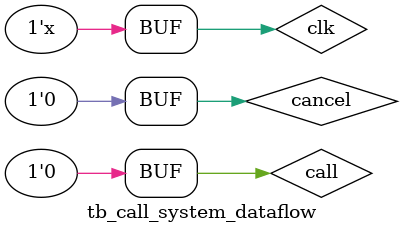
<source format=v>
`timescale 1ns / 1ps

module tb_call_system_dataflow;
    
    reg clk = 0;
    reg call = 0;
    reg cancel = 0;
    wire light_state;
    
    call_system_dataflow uut(
        .clk(clk),
        .call(call),
        .cancel(cancel),
        .light_state(light_state)
    );
    
    //simulate clock signal for FSM
    always #5 clk = ~clk;
    
    initial begin
        #20 call = 0; cancel = 0;
        #20 call = 1; cancel = 0;
        #20 call = 0; cancel = 1;
        #20 call = 1; cancel = 1;
        #20 call = 0; cancel = 0;
        #20 call = 1; cancel = 0;
        #20 cancel = 1;
        #20 cancel = 0;
        #20 call = 0; cancel = 1;
        #20 call = 0; cancel = 0;
        
    end
endmodule

</source>
